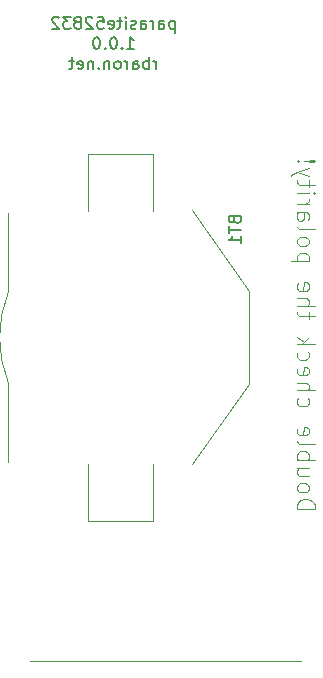
<source format=gbr>
G04 #@! TF.GenerationSoftware,KiCad,Pcbnew,(5.1.2-1)-1*
G04 #@! TF.CreationDate,2021-02-23T21:51:24+01:00*
G04 #@! TF.ProjectId,parasite,70617261-7369-4746-952e-6b696361645f,1.1.0*
G04 #@! TF.SameCoordinates,Original*
G04 #@! TF.FileFunction,Legend,Bot*
G04 #@! TF.FilePolarity,Positive*
%FSLAX46Y46*%
G04 Gerber Fmt 4.6, Leading zero omitted, Abs format (unit mm)*
G04 Created by KiCad (PCBNEW (5.1.2-1)-1) date 2021-02-23 21:51:24*
%MOMM*%
%LPD*%
G04 APERTURE LIST*
%ADD10C,0.100000*%
%ADD11C,0.200000*%
%ADD12C,0.120000*%
%ADD13C,0.150000*%
G04 APERTURE END LIST*
D10*
X129121428Y-86150000D02*
X130621428Y-86150000D01*
X130621428Y-85792857D01*
X130550000Y-85578571D01*
X130407142Y-85435714D01*
X130264285Y-85364285D01*
X129978571Y-85292857D01*
X129764285Y-85292857D01*
X129478571Y-85364285D01*
X129335714Y-85435714D01*
X129192857Y-85578571D01*
X129121428Y-85792857D01*
X129121428Y-86150000D01*
X129121428Y-84435714D02*
X129192857Y-84578571D01*
X129264285Y-84650000D01*
X129407142Y-84721428D01*
X129835714Y-84721428D01*
X129978571Y-84650000D01*
X130050000Y-84578571D01*
X130121428Y-84435714D01*
X130121428Y-84221428D01*
X130050000Y-84078571D01*
X129978571Y-84007142D01*
X129835714Y-83935714D01*
X129407142Y-83935714D01*
X129264285Y-84007142D01*
X129192857Y-84078571D01*
X129121428Y-84221428D01*
X129121428Y-84435714D01*
X130121428Y-82650000D02*
X129121428Y-82650000D01*
X130121428Y-83292857D02*
X129335714Y-83292857D01*
X129192857Y-83221428D01*
X129121428Y-83078571D01*
X129121428Y-82864285D01*
X129192857Y-82721428D01*
X129264285Y-82650000D01*
X129121428Y-81935714D02*
X130621428Y-81935714D01*
X130050000Y-81935714D02*
X130121428Y-81792857D01*
X130121428Y-81507142D01*
X130050000Y-81364285D01*
X129978571Y-81292857D01*
X129835714Y-81221428D01*
X129407142Y-81221428D01*
X129264285Y-81292857D01*
X129192857Y-81364285D01*
X129121428Y-81507142D01*
X129121428Y-81792857D01*
X129192857Y-81935714D01*
X129121428Y-80364285D02*
X129192857Y-80507142D01*
X129335714Y-80578571D01*
X130621428Y-80578571D01*
X129192857Y-79221428D02*
X129121428Y-79364285D01*
X129121428Y-79650000D01*
X129192857Y-79792857D01*
X129335714Y-79864285D01*
X129907142Y-79864285D01*
X130050000Y-79792857D01*
X130121428Y-79650000D01*
X130121428Y-79364285D01*
X130050000Y-79221428D01*
X129907142Y-79150000D01*
X129764285Y-79150000D01*
X129621428Y-79864285D01*
X129192857Y-76721428D02*
X129121428Y-76864285D01*
X129121428Y-77150000D01*
X129192857Y-77292857D01*
X129264285Y-77364285D01*
X129407142Y-77435714D01*
X129835714Y-77435714D01*
X129978571Y-77364285D01*
X130050000Y-77292857D01*
X130121428Y-77150000D01*
X130121428Y-76864285D01*
X130050000Y-76721428D01*
X129121428Y-76078571D02*
X130621428Y-76078571D01*
X129121428Y-75435714D02*
X129907142Y-75435714D01*
X130050000Y-75507142D01*
X130121428Y-75649999D01*
X130121428Y-75864285D01*
X130050000Y-76007142D01*
X129978571Y-76078571D01*
X129192857Y-74149999D02*
X129121428Y-74292857D01*
X129121428Y-74578571D01*
X129192857Y-74721428D01*
X129335714Y-74792857D01*
X129907142Y-74792857D01*
X130050000Y-74721428D01*
X130121428Y-74578571D01*
X130121428Y-74292857D01*
X130050000Y-74149999D01*
X129907142Y-74078571D01*
X129764285Y-74078571D01*
X129621428Y-74792857D01*
X129192857Y-72792857D02*
X129121428Y-72935714D01*
X129121428Y-73221428D01*
X129192857Y-73364285D01*
X129264285Y-73435714D01*
X129407142Y-73507142D01*
X129835714Y-73507142D01*
X129978571Y-73435714D01*
X130050000Y-73364285D01*
X130121428Y-73221428D01*
X130121428Y-72935714D01*
X130050000Y-72792857D01*
X129121428Y-72149999D02*
X130621428Y-72149999D01*
X129692857Y-72007142D02*
X129121428Y-71578571D01*
X130121428Y-71578571D02*
X129550000Y-72149999D01*
X130121428Y-70007142D02*
X130121428Y-69435714D01*
X130621428Y-69792857D02*
X129335714Y-69792857D01*
X129192857Y-69721428D01*
X129121428Y-69578571D01*
X129121428Y-69435714D01*
X129121428Y-68935714D02*
X130621428Y-68935714D01*
X129121428Y-68292857D02*
X129907142Y-68292857D01*
X130050000Y-68364285D01*
X130121428Y-68507142D01*
X130121428Y-68721428D01*
X130050000Y-68864285D01*
X129978571Y-68935714D01*
X129192857Y-67007142D02*
X129121428Y-67149999D01*
X129121428Y-67435714D01*
X129192857Y-67578571D01*
X129335714Y-67649999D01*
X129907142Y-67649999D01*
X130050000Y-67578571D01*
X130121428Y-67435714D01*
X130121428Y-67149999D01*
X130050000Y-67007142D01*
X129907142Y-66935714D01*
X129764285Y-66935714D01*
X129621428Y-67649999D01*
X130121428Y-65149999D02*
X128621428Y-65149999D01*
X130050000Y-65149999D02*
X130121428Y-65007142D01*
X130121428Y-64721428D01*
X130050000Y-64578571D01*
X129978571Y-64507142D01*
X129835714Y-64435714D01*
X129407142Y-64435714D01*
X129264285Y-64507142D01*
X129192857Y-64578571D01*
X129121428Y-64721428D01*
X129121428Y-65007142D01*
X129192857Y-65149999D01*
X129121428Y-63578571D02*
X129192857Y-63721428D01*
X129264285Y-63792857D01*
X129407142Y-63864285D01*
X129835714Y-63864285D01*
X129978571Y-63792857D01*
X130050000Y-63721428D01*
X130121428Y-63578571D01*
X130121428Y-63364285D01*
X130050000Y-63221428D01*
X129978571Y-63149999D01*
X129835714Y-63078571D01*
X129407142Y-63078571D01*
X129264285Y-63149999D01*
X129192857Y-63221428D01*
X129121428Y-63364285D01*
X129121428Y-63578571D01*
X129121428Y-62221428D02*
X129192857Y-62364285D01*
X129335714Y-62435714D01*
X130621428Y-62435714D01*
X129121428Y-61007142D02*
X129907142Y-61007142D01*
X130050000Y-61078571D01*
X130121428Y-61221428D01*
X130121428Y-61507142D01*
X130050000Y-61649999D01*
X129192857Y-61007142D02*
X129121428Y-61149999D01*
X129121428Y-61507142D01*
X129192857Y-61649999D01*
X129335714Y-61721428D01*
X129478571Y-61721428D01*
X129621428Y-61649999D01*
X129692857Y-61507142D01*
X129692857Y-61149999D01*
X129764285Y-61007142D01*
X129121428Y-60292857D02*
X130121428Y-60292857D01*
X129835714Y-60292857D02*
X129978571Y-60221428D01*
X130050000Y-60149999D01*
X130121428Y-60007142D01*
X130121428Y-59864285D01*
X129121428Y-59364285D02*
X130121428Y-59364285D01*
X130621428Y-59364285D02*
X130550000Y-59435714D01*
X130478571Y-59364285D01*
X130550000Y-59292857D01*
X130621428Y-59364285D01*
X130478571Y-59364285D01*
X130121428Y-58864285D02*
X130121428Y-58292857D01*
X130621428Y-58649999D02*
X129335714Y-58649999D01*
X129192857Y-58578571D01*
X129121428Y-58435714D01*
X129121428Y-58292857D01*
X130121428Y-57935714D02*
X129121428Y-57578571D01*
X130121428Y-57221428D02*
X129121428Y-57578571D01*
X128764285Y-57721428D01*
X128692857Y-57792857D01*
X128621428Y-57935714D01*
X129264285Y-56649999D02*
X129192857Y-56578571D01*
X129121428Y-56649999D01*
X129192857Y-56721428D01*
X129264285Y-56649999D01*
X129121428Y-56649999D01*
X129692857Y-56649999D02*
X130550000Y-56721428D01*
X130621428Y-56649999D01*
X130550000Y-56578571D01*
X129692857Y-56649999D01*
X130621428Y-56649999D01*
D11*
X118766666Y-44785714D02*
X118766666Y-45785714D01*
X118766666Y-44833333D02*
X118671428Y-44785714D01*
X118480952Y-44785714D01*
X118385714Y-44833333D01*
X118338095Y-44880952D01*
X118290476Y-44976190D01*
X118290476Y-45261904D01*
X118338095Y-45357142D01*
X118385714Y-45404761D01*
X118480952Y-45452380D01*
X118671428Y-45452380D01*
X118766666Y-45404761D01*
X117433333Y-45452380D02*
X117433333Y-44928571D01*
X117480952Y-44833333D01*
X117576190Y-44785714D01*
X117766666Y-44785714D01*
X117861904Y-44833333D01*
X117433333Y-45404761D02*
X117528571Y-45452380D01*
X117766666Y-45452380D01*
X117861904Y-45404761D01*
X117909523Y-45309523D01*
X117909523Y-45214285D01*
X117861904Y-45119047D01*
X117766666Y-45071428D01*
X117528571Y-45071428D01*
X117433333Y-45023809D01*
X116957142Y-45452380D02*
X116957142Y-44785714D01*
X116957142Y-44976190D02*
X116909523Y-44880952D01*
X116861904Y-44833333D01*
X116766666Y-44785714D01*
X116671428Y-44785714D01*
X115909523Y-45452380D02*
X115909523Y-44928571D01*
X115957142Y-44833333D01*
X116052380Y-44785714D01*
X116242857Y-44785714D01*
X116338095Y-44833333D01*
X115909523Y-45404761D02*
X116004761Y-45452380D01*
X116242857Y-45452380D01*
X116338095Y-45404761D01*
X116385714Y-45309523D01*
X116385714Y-45214285D01*
X116338095Y-45119047D01*
X116242857Y-45071428D01*
X116004761Y-45071428D01*
X115909523Y-45023809D01*
X115480952Y-45404761D02*
X115385714Y-45452380D01*
X115195238Y-45452380D01*
X115100000Y-45404761D01*
X115052380Y-45309523D01*
X115052380Y-45261904D01*
X115100000Y-45166666D01*
X115195238Y-45119047D01*
X115338095Y-45119047D01*
X115433333Y-45071428D01*
X115480952Y-44976190D01*
X115480952Y-44928571D01*
X115433333Y-44833333D01*
X115338095Y-44785714D01*
X115195238Y-44785714D01*
X115100000Y-44833333D01*
X114623809Y-45452380D02*
X114623809Y-44785714D01*
X114623809Y-44452380D02*
X114671428Y-44500000D01*
X114623809Y-44547619D01*
X114576190Y-44500000D01*
X114623809Y-44452380D01*
X114623809Y-44547619D01*
X114290476Y-44785714D02*
X113909523Y-44785714D01*
X114147619Y-44452380D02*
X114147619Y-45309523D01*
X114100000Y-45404761D01*
X114004761Y-45452380D01*
X113909523Y-45452380D01*
X113195238Y-45404761D02*
X113290476Y-45452380D01*
X113480952Y-45452380D01*
X113576190Y-45404761D01*
X113623809Y-45309523D01*
X113623809Y-44928571D01*
X113576190Y-44833333D01*
X113480952Y-44785714D01*
X113290476Y-44785714D01*
X113195238Y-44833333D01*
X113147619Y-44928571D01*
X113147619Y-45023809D01*
X113623809Y-45119047D01*
X112242857Y-44452380D02*
X112719047Y-44452380D01*
X112766666Y-44928571D01*
X112719047Y-44880952D01*
X112623809Y-44833333D01*
X112385714Y-44833333D01*
X112290476Y-44880952D01*
X112242857Y-44928571D01*
X112195238Y-45023809D01*
X112195238Y-45261904D01*
X112242857Y-45357142D01*
X112290476Y-45404761D01*
X112385714Y-45452380D01*
X112623809Y-45452380D01*
X112719047Y-45404761D01*
X112766666Y-45357142D01*
X111814285Y-44547619D02*
X111766666Y-44500000D01*
X111671428Y-44452380D01*
X111433333Y-44452380D01*
X111338095Y-44500000D01*
X111290476Y-44547619D01*
X111242857Y-44642857D01*
X111242857Y-44738095D01*
X111290476Y-44880952D01*
X111861904Y-45452380D01*
X111242857Y-45452380D01*
X110671428Y-44880952D02*
X110766666Y-44833333D01*
X110814285Y-44785714D01*
X110861904Y-44690476D01*
X110861904Y-44642857D01*
X110814285Y-44547619D01*
X110766666Y-44500000D01*
X110671428Y-44452380D01*
X110480952Y-44452380D01*
X110385714Y-44500000D01*
X110338095Y-44547619D01*
X110290476Y-44642857D01*
X110290476Y-44690476D01*
X110338095Y-44785714D01*
X110385714Y-44833333D01*
X110480952Y-44880952D01*
X110671428Y-44880952D01*
X110766666Y-44928571D01*
X110814285Y-44976190D01*
X110861904Y-45071428D01*
X110861904Y-45261904D01*
X110814285Y-45357142D01*
X110766666Y-45404761D01*
X110671428Y-45452380D01*
X110480952Y-45452380D01*
X110385714Y-45404761D01*
X110338095Y-45357142D01*
X110290476Y-45261904D01*
X110290476Y-45071428D01*
X110338095Y-44976190D01*
X110385714Y-44928571D01*
X110480952Y-44880952D01*
X109957142Y-44452380D02*
X109338095Y-44452380D01*
X109671428Y-44833333D01*
X109528571Y-44833333D01*
X109433333Y-44880952D01*
X109385714Y-44928571D01*
X109338095Y-45023809D01*
X109338095Y-45261904D01*
X109385714Y-45357142D01*
X109433333Y-45404761D01*
X109528571Y-45452380D01*
X109814285Y-45452380D01*
X109909523Y-45404761D01*
X109957142Y-45357142D01*
X108957142Y-44547619D02*
X108909523Y-44500000D01*
X108814285Y-44452380D01*
X108576190Y-44452380D01*
X108480952Y-44500000D01*
X108433333Y-44547619D01*
X108385714Y-44642857D01*
X108385714Y-44738095D01*
X108433333Y-44880952D01*
X109004761Y-45452380D01*
X108385714Y-45452380D01*
X114742857Y-47152380D02*
X115314285Y-47152380D01*
X115028571Y-47152380D02*
X115028571Y-46152380D01*
X115123809Y-46295238D01*
X115219047Y-46390476D01*
X115314285Y-46438095D01*
X114314285Y-47057142D02*
X114266666Y-47104761D01*
X114314285Y-47152380D01*
X114361904Y-47104761D01*
X114314285Y-47057142D01*
X114314285Y-47152380D01*
X113647619Y-46152380D02*
X113552380Y-46152380D01*
X113457142Y-46200000D01*
X113409523Y-46247619D01*
X113361904Y-46342857D01*
X113314285Y-46533333D01*
X113314285Y-46771428D01*
X113361904Y-46961904D01*
X113409523Y-47057142D01*
X113457142Y-47104761D01*
X113552380Y-47152380D01*
X113647619Y-47152380D01*
X113742857Y-47104761D01*
X113790476Y-47057142D01*
X113838095Y-46961904D01*
X113885714Y-46771428D01*
X113885714Y-46533333D01*
X113838095Y-46342857D01*
X113790476Y-46247619D01*
X113742857Y-46200000D01*
X113647619Y-46152380D01*
X112885714Y-47057142D02*
X112838095Y-47104761D01*
X112885714Y-47152380D01*
X112933333Y-47104761D01*
X112885714Y-47057142D01*
X112885714Y-47152380D01*
X112219047Y-46152380D02*
X112123809Y-46152380D01*
X112028571Y-46200000D01*
X111980952Y-46247619D01*
X111933333Y-46342857D01*
X111885714Y-46533333D01*
X111885714Y-46771428D01*
X111933333Y-46961904D01*
X111980952Y-47057142D01*
X112028571Y-47104761D01*
X112123809Y-47152380D01*
X112219047Y-47152380D01*
X112314285Y-47104761D01*
X112361904Y-47057142D01*
X112409523Y-46961904D01*
X112457142Y-46771428D01*
X112457142Y-46533333D01*
X112409523Y-46342857D01*
X112361904Y-46247619D01*
X112314285Y-46200000D01*
X112219047Y-46152380D01*
X117195238Y-48852380D02*
X117195238Y-48185714D01*
X117195238Y-48376190D02*
X117147619Y-48280952D01*
X117100000Y-48233333D01*
X117004761Y-48185714D01*
X116909523Y-48185714D01*
X116576190Y-48852380D02*
X116576190Y-47852380D01*
X116576190Y-48233333D02*
X116480952Y-48185714D01*
X116290476Y-48185714D01*
X116195238Y-48233333D01*
X116147619Y-48280952D01*
X116100000Y-48376190D01*
X116100000Y-48661904D01*
X116147619Y-48757142D01*
X116195238Y-48804761D01*
X116290476Y-48852380D01*
X116480952Y-48852380D01*
X116576190Y-48804761D01*
X115242857Y-48852380D02*
X115242857Y-48328571D01*
X115290476Y-48233333D01*
X115385714Y-48185714D01*
X115576190Y-48185714D01*
X115671428Y-48233333D01*
X115242857Y-48804761D02*
X115338095Y-48852380D01*
X115576190Y-48852380D01*
X115671428Y-48804761D01*
X115719047Y-48709523D01*
X115719047Y-48614285D01*
X115671428Y-48519047D01*
X115576190Y-48471428D01*
X115338095Y-48471428D01*
X115242857Y-48423809D01*
X114766666Y-48852380D02*
X114766666Y-48185714D01*
X114766666Y-48376190D02*
X114719047Y-48280952D01*
X114671428Y-48233333D01*
X114576190Y-48185714D01*
X114480952Y-48185714D01*
X114004761Y-48852380D02*
X114100000Y-48804761D01*
X114147619Y-48757142D01*
X114195238Y-48661904D01*
X114195238Y-48376190D01*
X114147619Y-48280952D01*
X114100000Y-48233333D01*
X114004761Y-48185714D01*
X113861904Y-48185714D01*
X113766666Y-48233333D01*
X113719047Y-48280952D01*
X113671428Y-48376190D01*
X113671428Y-48661904D01*
X113719047Y-48757142D01*
X113766666Y-48804761D01*
X113861904Y-48852380D01*
X114004761Y-48852380D01*
X113242857Y-48185714D02*
X113242857Y-48852380D01*
X113242857Y-48280952D02*
X113195238Y-48233333D01*
X113100000Y-48185714D01*
X112957142Y-48185714D01*
X112861904Y-48233333D01*
X112814285Y-48328571D01*
X112814285Y-48852380D01*
X112338095Y-48757142D02*
X112290476Y-48804761D01*
X112338095Y-48852380D01*
X112385714Y-48804761D01*
X112338095Y-48757142D01*
X112338095Y-48852380D01*
X111861904Y-48185714D02*
X111861904Y-48852380D01*
X111861904Y-48280952D02*
X111814285Y-48233333D01*
X111719047Y-48185714D01*
X111576190Y-48185714D01*
X111480952Y-48233333D01*
X111433333Y-48328571D01*
X111433333Y-48852380D01*
X110576190Y-48804761D02*
X110671428Y-48852380D01*
X110861904Y-48852380D01*
X110957142Y-48804761D01*
X111004761Y-48709523D01*
X111004761Y-48328571D01*
X110957142Y-48233333D01*
X110861904Y-48185714D01*
X110671428Y-48185714D01*
X110576190Y-48233333D01*
X110528571Y-48328571D01*
X110528571Y-48423809D01*
X111004761Y-48519047D01*
X110242857Y-48185714D02*
X109861904Y-48185714D01*
X110100000Y-47852380D02*
X110100000Y-48709523D01*
X110052380Y-48804761D01*
X109957142Y-48852380D01*
X109861904Y-48852380D01*
D12*
X106500000Y-99000000D02*
X129500000Y-99000000D01*
X120250000Y-60800000D02*
X125050000Y-67650000D01*
X125050000Y-67650000D02*
X125050000Y-75550000D01*
X125050000Y-75550000D02*
X120250000Y-82350000D01*
X104700000Y-61050000D02*
X104700000Y-67750000D01*
X104698536Y-67753615D02*
G75*
G03X104700000Y-75450000I9501464J-3846385D01*
G01*
X104700000Y-82150000D02*
X104700000Y-75450000D01*
X111450000Y-60850000D02*
X111450000Y-56050000D01*
X111450000Y-56050000D02*
X116950000Y-56050000D01*
X116950000Y-56050000D02*
X116950000Y-60850000D01*
X116950000Y-82350000D02*
X116950000Y-87150000D01*
X116950000Y-87150000D02*
X111450000Y-87150000D01*
X111450000Y-87150000D02*
X111450000Y-82350000D01*
D13*
X123828571Y-61664285D02*
X123876190Y-61807142D01*
X123923809Y-61854761D01*
X124019047Y-61902380D01*
X124161904Y-61902380D01*
X124257142Y-61854761D01*
X124304761Y-61807142D01*
X124352380Y-61711904D01*
X124352380Y-61330952D01*
X123352380Y-61330952D01*
X123352380Y-61664285D01*
X123400000Y-61759523D01*
X123447619Y-61807142D01*
X123542857Y-61854761D01*
X123638095Y-61854761D01*
X123733333Y-61807142D01*
X123780952Y-61759523D01*
X123828571Y-61664285D01*
X123828571Y-61330952D01*
X123352380Y-62188095D02*
X123352380Y-62759523D01*
X124352380Y-62473809D02*
X123352380Y-62473809D01*
X124352380Y-63616666D02*
X124352380Y-63045238D01*
X124352380Y-63330952D02*
X123352380Y-63330952D01*
X123495238Y-63235714D01*
X123590476Y-63140476D01*
X123638095Y-63045238D01*
M02*

</source>
